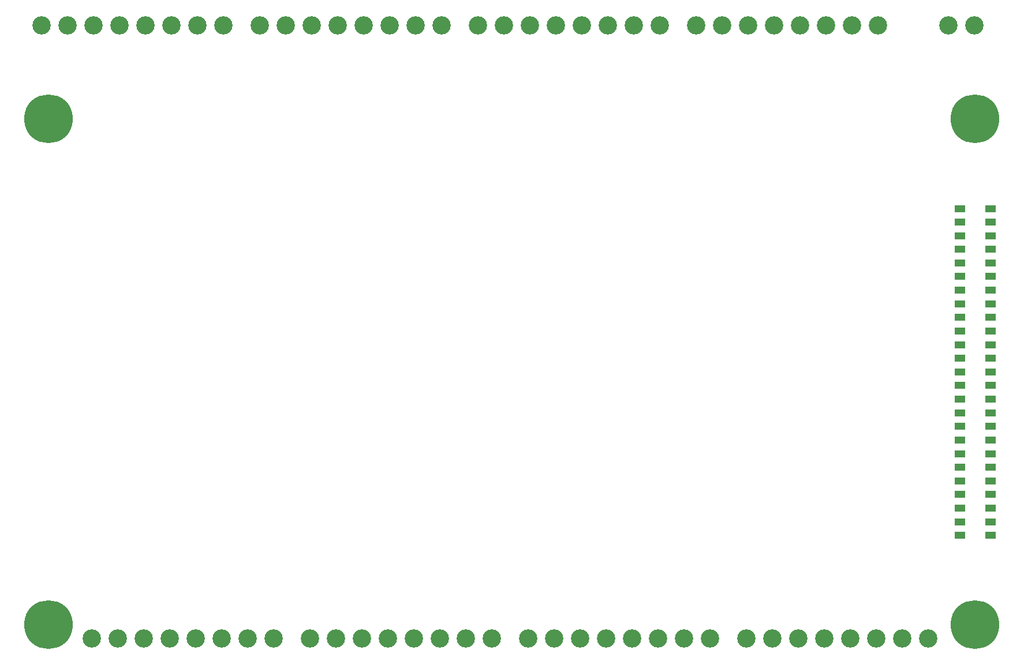
<source format=gbr>
%FSLAX23Y23*%
%MOIN*%
G04 EasyPC Gerber Version 17.0 Build 3379 *
%ADD72C,0.10600*%
%ADD27R,0.06112X0.04104*%
%ADD26C,0.28100*%
X0Y0D02*
D02*
D26*
X278Y278D03*
Y3203D03*
X5628Y278D03*
Y3203D03*
D02*
D27*
X5539Y795D03*
Y873D03*
Y952D03*
Y1031D03*
Y1110D03*
Y1188D03*
Y1267D03*
Y1346D03*
Y1425D03*
Y1503D03*
Y1582D03*
Y1661D03*
Y1740D03*
Y1818D03*
Y1897D03*
Y1976D03*
Y2055D03*
Y2133D03*
Y2212D03*
Y2291D03*
Y2370D03*
Y2448D03*
Y2527D03*
Y2606D03*
Y2684D03*
X5717Y795D03*
Y873D03*
Y952D03*
Y1031D03*
Y1110D03*
Y1188D03*
Y1267D03*
Y1346D03*
Y1425D03*
Y1503D03*
Y1582D03*
Y1661D03*
Y1740D03*
Y1818D03*
Y1897D03*
Y1976D03*
Y2055D03*
Y2133D03*
Y2212D03*
Y2291D03*
Y2370D03*
Y2448D03*
Y2527D03*
Y2606D03*
Y2684D03*
D02*
D72*
X238Y3744D03*
X388D03*
X527Y200D03*
X538Y3744D03*
X677Y200D03*
X688Y3744D03*
X827Y200D03*
X838Y3744D03*
X977Y200D03*
X988Y3744D03*
X1127Y200D03*
X1138Y3744D03*
X1277Y200D03*
X1288Y3744D03*
X1427Y200D03*
X1498Y3744D03*
X1577Y200D03*
X1648Y3744D03*
X1787Y200D03*
X1798Y3744D03*
X1937Y200D03*
X1948Y3744D03*
X2087Y200D03*
X2098Y3744D03*
X2237Y200D03*
X2248Y3744D03*
X2387Y200D03*
X2398Y3744D03*
X2537Y200D03*
X2548Y3744D03*
X2687Y200D03*
X2758Y3744D03*
X2837Y200D03*
X2908Y3744D03*
X3047Y200D03*
X3058Y3744D03*
X3197Y200D03*
X3208Y3744D03*
X3347Y200D03*
X3358Y3744D03*
X3497Y200D03*
X3508Y3744D03*
X3647Y200D03*
X3658Y3744D03*
X3797Y200D03*
X3808Y3744D03*
X3947Y200D03*
X4018Y3744D03*
X4097Y200D03*
X4168Y3744D03*
X4307Y200D03*
X4318Y3744D03*
X4457Y200D03*
X4468Y3744D03*
X4607Y200D03*
X4618Y3744D03*
X4757Y200D03*
X4768Y3744D03*
X4907Y200D03*
X4918Y3744D03*
X5057Y200D03*
X5068Y3744D03*
X5207Y200D03*
X5357D03*
X5475Y3744D03*
X5625D03*
X0Y0D02*
M02*

</source>
